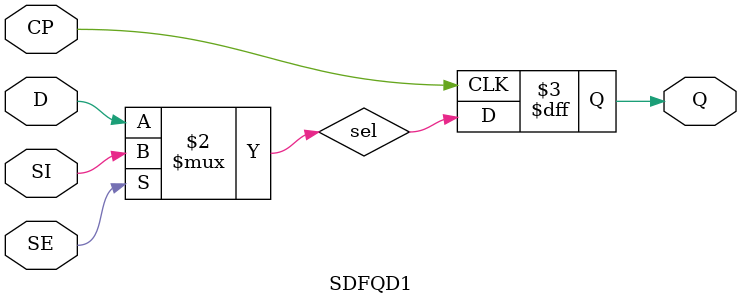
<source format=v>
module SDFQD1(SI, D, SE, CP, Q);
  (* src = "./vmod/vlibs/SDFQD1.v:19" *)
  input CP;
  (* src = "./vmod/vlibs/SDFQD1.v:17" *)
  input D;
  (* src = "./vmod/vlibs/SDFQD1.v:20" *)
  output Q;
  reg Q;
  (* src = "./vmod/vlibs/SDFQD1.v:18" *)
  input SE;
  (* src = "./vmod/vlibs/SDFQD1.v:16" *)
  input SI;
  (* src = "./vmod/vlibs/SDFQD1.v:22" *)
  wire sel;
  always @(posedge CP)
      Q <= sel;
  assign sel = SE ? (* src = "./vmod/vlibs/SDFQD1.v:22" *) SI : D;
endmodule

</source>
